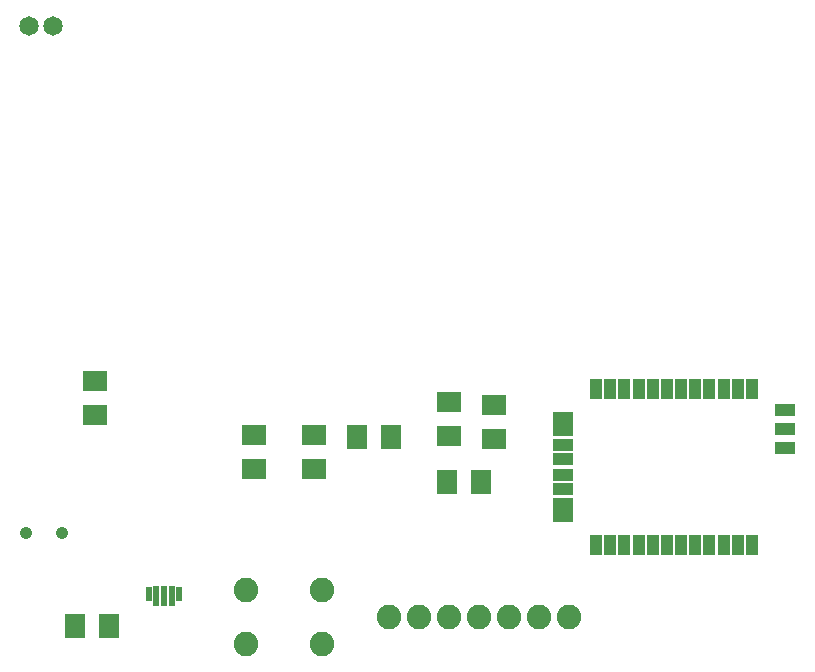
<source format=gbs>
G75*
G70*
%OFA0B0*%
%FSLAX24Y24*%
%IPPOS*%
%LPD*%
%AMOC8*
5,1,8,0,0,1.08239X$1,22.5*
%
%ADD10R,0.0218X0.0513*%
%ADD11R,0.0218X0.0671*%
%ADD12C,0.0415*%
%ADD13R,0.0710X0.0789*%
%ADD14R,0.0789X0.0710*%
%ADD15R,0.0395X0.0710*%
%ADD16R,0.0710X0.0395*%
%ADD17C,0.0650*%
%ADD18C,0.0820*%
D10*
X005589Y002469D03*
X006613Y002469D03*
D11*
X006357Y002391D03*
X006101Y002391D03*
X005845Y002391D03*
D12*
X002691Y004502D03*
X001510Y004502D03*
D13*
X003150Y001402D03*
X004252Y001402D03*
X012550Y007702D03*
X013652Y007702D03*
X015550Y006202D03*
X016652Y006202D03*
D14*
X017101Y007650D03*
X017101Y008753D03*
X015601Y008853D03*
X015601Y007750D03*
X011101Y007753D03*
X011101Y006650D03*
X009101Y006650D03*
X009101Y007753D03*
X003801Y008450D03*
X003801Y009553D03*
D15*
X020502Y009300D03*
X020975Y009300D03*
X021447Y009300D03*
X021920Y009300D03*
X022392Y009300D03*
X022865Y009300D03*
X023337Y009300D03*
X023809Y009300D03*
X024282Y009300D03*
X024754Y009300D03*
X025227Y009300D03*
X025699Y009300D03*
X025699Y004103D03*
X025227Y004103D03*
X024754Y004103D03*
X024282Y004103D03*
X023809Y004103D03*
X023337Y004103D03*
X022865Y004103D03*
X022392Y004103D03*
X021920Y004103D03*
X021447Y004103D03*
X020975Y004103D03*
X020502Y004103D03*
D16*
X019400Y005079D03*
X019400Y005481D03*
X019400Y005954D03*
X019400Y006426D03*
X019400Y006977D03*
X019400Y007450D03*
X019400Y007922D03*
X019400Y008324D03*
X026802Y008591D03*
X026802Y007961D03*
X026802Y007331D03*
D17*
X002394Y021402D03*
X001607Y021402D03*
D18*
X008821Y002592D03*
X008821Y000812D03*
X011381Y000812D03*
X011381Y002592D03*
X013601Y001702D03*
X014601Y001702D03*
X015601Y001702D03*
X016601Y001702D03*
X017601Y001702D03*
X018601Y001702D03*
X019601Y001702D03*
M02*

</source>
